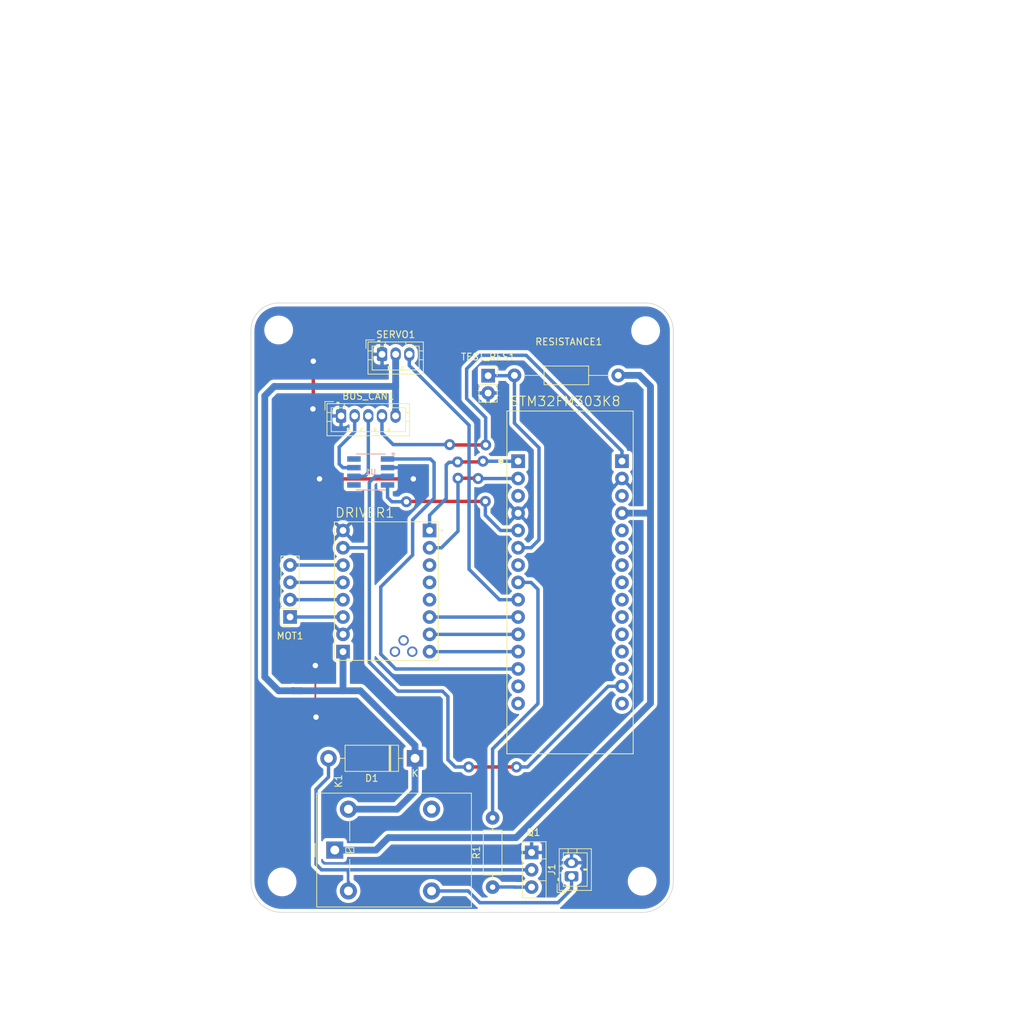
<source format=kicad_pcb>
(kicad_pcb (version 20211014) (generator pcbnew)
  (layers (0 "F.Cu" signal) (31 "B.Cu" signal) (34 "B.Paste" user) (35 "F.Paste" user) (36 "B.SilkS" user "B.Silkscreen") (37 "F.SilkS" user "F.Silkscreen") (38 "B.Mask" user) (39 "F.Mask" user) (44 "Edge.Cuts" user))
  (net 0 "")
  (net 1 "MES_RES")
  (net 2 "MOT1")
  (net 5 "GND")
  (net 6 "+5V")
  (net 7 "CAN_TX")
  (net 8 "CAN_RX")
  (net 9 "+3V3")
  (net 11 "CAN_L")
  (net 12 "CAN_H")
  (net 14 "V+BATT")
  (net 17 "Net-(D1-Pad2)")
  (net 18 "12V")
  (net 19 "Stp1")
  (net 20 "Dir1")
  (net 26 "2B")
  (net 27 "2A")
  (net 28 "1A")
  (net 29 "1B")
  (net 30 "M2")
  (net 31 "M1")
  (net 32 "EN")
  (net 44 "Net-(J1-Pad1)")
  (net 46 "Net-(Q1-Pad3)")
  (net 47 "AIMANT")
  (footprint "Connector_PinSocket_2.54mm:PinSocket_1x02_P2.54mm_Vertical" (layer "F.Cu") (at 175.006 69.596)
    (fp_text reference "TEST_RES1" (at 0 -2.77) (layer "F.SilkS"))
    (fp_text value "Conn_01x02")
    (fp_line (start 1.33 1.27) (end 1.33 3.87) (layer "F.SilkS") (width 0.12))
    (fp_line (start -1.33 1.27) (end -1.33 3.87) (layer "F.SilkS") (width 0.12))
    (fp_line (start 0 -1.33) (end 1.33 -1.33) (layer "F.SilkS") (width 0.12))
    (fp_line (start 1.33 -1.33) (end 1.33 0) (layer "F.SilkS") (width 0.12))
    (fp_line (start -1.33 3.87) (end 1.33 3.87) (layer "F.SilkS") (width 0.12))
    (fp_line (start -1.33 1.27) (end 1.33 1.27) (layer "F.SilkS") (width 0.12))
    (pad "1" thru_hole rect locked (at 0 0) (size 2 2) (drill 1) (layers *.Cu *.Mask) (net 1 "MES_RES"))
    (pad "2" thru_hole oval locked (at 0 2.54) (size 2 2) (drill 1) (layers *.Cu *.Mask) (net 5 "GND"))
  )
  (footprint "Connector_JST:JST_PH_B2B-PH-K_1x02_P2.00mm_Vertical" (layer "F.Cu") (at 187.2488 143.0528 90)
    (fp_text reference "J1" (at 1 -2.9 90) (layer "F.SilkS"))
    (fp_text value "Conn_01x02")
    (fp_line (start 4.06 -0.5) (end 3.45 -0.5) (layer "F.SilkS") (width 0.12))
    (fp_line (start 3.45 -1.2) (end 1.5 -1.2) (layer "F.SilkS") (width 0.12))
    (fp_line (start -2.06 2.91) (end 4.06 2.91) (layer "F.SilkS") (width 0.12))
    (fp_line (start -0.3 -1.91) (end -0.6 -1.91) (layer "F.SilkS") (width 0.12))
    (fp_line (start -2.36 -2.11) (end -2.36 -0.86) (layer "F.SilkS") (width 0.12))
    (fp_line (start -1.11 -2.11) (end -2.36 -2.11) (layer "F.SilkS") (width 0.12))
    (fp_line (start -2.06 -1.81) (end -2.06 2.91) (layer "F.SilkS") (width 0.12))
    (fp_line (start 1.5 -1.2) (end 1.5 -1.81) (layer "F.SilkS") (width 0.12))
    (fp_line (start -2.06 0.8) (end -1.45 0.8) (layer "F.SilkS") (width 0.12))
    (fp_line (start 1.1 1.8) (end 1.1 2.3) (layer "F.SilkS") (width 0.12))
    (fp_line (start 3.45 2.3) (end 3.45 -1.2) (layer "F.SilkS") (width 0.12))
    (fp_line (start -0.6 -2.01) (end -0.6 -1.81) (layer "F.SilkS") (width 0.12))
    (fp_line (start -1.45 -1.2) (end -1.45 2.3) (layer "F.SilkS") (width 0.12))
    (fp_line (start 1 2.3) (end 1 1.8) (layer "F.SilkS") (width 0.12))
    (fp_line (start -0.3 -2.01) (end -0.6 -2.01) (layer "F.SilkS") (width 0.12))
    (fp_line (start -1.45 2.3) (end 3.45 2.3) (layer "F.SilkS") (width 0.12))
    (fp_line (start 0.9 1.8) (end 1.1 1.8) (layer "F.SilkS") (width 0.12))
    (fp_line (start 0.5 -1.2) (end -1.45 -1.2) (layer "F.SilkS") (width 0.12))
    (fp_line (start 4.06 -1.81) (end -2.06 -1.81) (layer "F.SilkS") (width 0.12))
    (fp_line (start 0.5 -1.81) (end 0.5 -1.2) (layer "F.SilkS") (width 0.12))
    (fp_line (start 4.06 0.8) (end 3.45 0.8) (layer "F.SilkS") (width 0.12))
    (fp_line (start 0.9 2.3) (end 0.9 1.8) (layer "F.SilkS") (width 0.12))
    (fp_line (start -2.06 -0.5) (end -1.45 -0.5) (layer "F.SilkS") (width 0.12))
    (fp_line (start -0.3 -1.81) (end -0.3 -2.01) (layer "F.SilkS") (width 0.12))
    (fp_line (start 4.06 2.91) (end 4.06 -1.81) (layer "F.SilkS") (width 0.12))
    (pad "1" thru_hole roundrect locked (at 0 0 90) (size 1.5 2) (drill 1) (layers *.Cu *.Mask) (roundrect_rratio 0.208333) (net 44 "Net-(J1-Pad1)"))
    (pad "2" thru_hole oval locked (at 2 0 90) (size 1.5 2) (drill 1) (layers *.Cu *.Mask) (net 5 "GND"))
  )
  (footprint "Connector_JST:JST_PH_B3B-PH-K_1x03_P2.00mm_Vertical" (layer "F.Cu") (at 159.4424 66.4552)
    (fp_text reference "SERVO1" (at 2 -2.9) (layer "F.SilkS"))
    (fp_text value "Conn_01x03")
    (fp_line (start -0.3 -1.81) (end -0.3 -2.01) (layer "F.SilkS") (width 0.12))
    (fp_line (start 1 2.3) (end 1 1.8) (layer "F.SilkS") (width 0.12))
    (fp_line (start -0.3 -2.01) (end -0.6 -2.01) (layer "F.SilkS") (width 0.12))
    (fp_line (start 6.06 2.91) (end 6.06 -1.81) (layer "F.SilkS") (width 0.12))
    (fp_line (start 0.5 -1.81) (end 0.5 -1.2) (layer "F.SilkS") (width 0.12))
    (fp_line (start -2.06 -1.81) (end -2.06 2.91) (layer "F.SilkS") (width 0.12))
    (fp_line (start 3.5 -1.2) (end 3.5 -1.81) (layer "F.SilkS") (width 0.12))
    (fp_line (start -1.45 -1.2) (end -1.45 2.3) (layer "F.SilkS") (width 0.12))
    (fp_line (start -1.11 -2.11) (end -2.36 -2.11) (layer "F.SilkS") (width 0.12))
    (fp_line (start 0.9 1.8) (end 1.1 1.8) (layer "F.SilkS") (width 0.12))
    (fp_line (start 1.1 1.8) (end 1.1 2.3) (layer "F.SilkS") (width 0.12))
    (fp_line (start 5.45 2.3) (end 5.45 -1.2) (layer "F.SilkS") (width 0.12))
    (fp_line (start -1.45 2.3) (end 5.45 2.3) (layer "F.SilkS") (width 0.12))
    (fp_line (start 0.5 -1.2) (end -1.45 -1.2) (layer "F.SilkS") (width 0.12))
    (fp_line (start -2.06 2.91) (end 6.06 2.91) (layer "F.SilkS") (width 0.12))
    (fp_line (start 3.1 1.8) (end 3.1 2.3) (layer "F.SilkS") (width 0.12))
    (fp_line (start 0.9 2.3) (end 0.9 1.8) (layer "F.SilkS") (width 0.12))
    (fp_line (start 2.9 1.8) (end 3.1 1.8) (layer "F.SilkS") (width 0.12))
    (fp_line (start 6.06 0.8) (end 5.45 0.8) (layer "F.SilkS") (width 0.12))
    (fp_line (start -0.3 -1.91) (end -0.6 -1.91) (layer "F.SilkS") (width 0.12))
    (fp_line (start 6.06 -0.5) (end 5.45 -0.5) (layer "F.SilkS") (width 0.12))
    (fp_line (start -2.06 0.8) (end -1.45 0.8) (layer "F.SilkS") (width 0.12))
    (fp_line (start -2.06 -0.5) (end -1.45 -0.5) (layer "F.SilkS") (width 0.12))
    (fp_line (start 5.45 -1.2) (end 3.5 -1.2) (layer "F.SilkS") (width 0.12))
    (fp_line (start 6.06 -1.81) (end -2.06 -1.81) (layer "F.SilkS") (width 0.12))
    (fp_line (start -0.6 -2.01) (end -0.6 -1.81) (layer "F.SilkS") (width 0.12))
    (fp_line (start 3 2.3) (end 3 1.8) (layer "F.SilkS") (width 0.12))
    (fp_line (start -2.36 -2.11) (end -2.36 -0.86) (layer "F.SilkS") (width 0.12))
    (fp_line (start 2.9 2.3) (end 2.9 1.8) (layer "F.SilkS") (width 0.12))
    (pad "1" thru_hole roundrect locked (at 0 0) (size 1.5 2) (drill 1) (layers *.Cu *.Mask) (roundrect_rratio 0.208333) (net 5 "GND"))
    (pad "2" thru_hole oval locked (at 2 0) (size 1.5 2) (drill 1) (layers *.Cu *.Mask) (net 18 "12V"))
    (pad "3" thru_hole oval locked (at 4 0) (size 1.5 2) (drill 1) (layers *.Cu *.Mask) (net 2 "MOT1"))
  )
  (footprint "empreinte:MODULE_TMC2208_SILENTSTEPSTICK" (layer "F.Cu") (at 160.0673 101.1936)
    (fp_text reference "DRIVER1" (at -3.155 -11.489) (layer "F.SilkS") (effects (font (size 1.4 1.4))))
    (fp_text value "TMC2208_SILENTSTEPSTICK")
    (fp_line (start 7.62 -10.16) (end -7.62 -10.16) (layer "F.SilkS") (width 0.127))
    (fp_line (start -7.62 -10.16) (end -7.62 10.16) (layer "F.SilkS") (width 0.127))
    (fp_line (start -7.62 10.16) (end 7.62 10.16) (layer "F.SilkS") (width 0.127))
    (fp_line (start 7.62 10.16) (end 7.62 -10.16) (layer "F.SilkS") (width 0.127))
    (fp_circle (center 8.21 -8.89) (end 8.31 -8.89) (layer "F.SilkS") (width 0.2) (fill none))
    (pad "JP1_1" thru_hole rect locked (at 6.35 -8.89) (size 2 2) (drill 1) (layers *.Cu *.Mask) (net 20 "Dir1"))
    (pad "JP1_2" thru_hole circle locked (at 6.35 -6.35) (size 2 2) (drill 1) (layers *.Cu *.Mask) (net 19 "Stp1"))
    (pad "JP1_3" thru_hole circle locked (at 6.35 -3.81) (size 2 2) (drill 1) (layers *.Cu *.Mask))
    (pad "JP1_4" thru_hole circle locked (at 6.35 -1.27) (size 2 2) (drill 1) (layers *.Cu *.Mask))
    (pad "JP1_5" thru_hole circle locked (at 6.35 1.27) (size 2 2) (drill 1) (layers *.Cu *.Mask))
    (pad "JP1_6" thru_hole circle locked (at 6.35 3.81) (size 2 2) (drill 1) (layers *.Cu *.Mask) (net 30 "M2"))
    (pad "JP1_7" thru_hole circle locked (at 6.35 6.35) (size 2 2) (drill 1) (layers *.Cu *.Mask) (net 31 "M1"))
    (pad "JP1_8" thru_hole circle locked (at 6.35 8.89) (size 2 2) (drill 1) (layers *.Cu *.Mask) (net 32 "EN"))
    (pad "JP2_1" thru_hole rect locked (at -6.35 8.89) (size 2 2) (drill 1) (layers *.Cu *.Mask) (net 18 "12V"))
    (pad "JP2_2" thru_hole circle locked (at -6.35 6.35) (size 2 2) (drill 1) (layers *.Cu *.Mask) (net 5 "GND"))
    (pad "JP2_3" thru_hole circle locked (at -6.35 3.81) (size 2 2) (drill 1) (layers *.Cu *.Mask) (net 27 "2A"))
    (pad "JP2_4" thru_hole circle locked (at -6.35 1.27) (size 2 2) (drill 1) (layers *.Cu *.Mask) (net 28 "1A"))
    (pad "JP2_5" thru_hole circle locked (at -6.35 -1.27) (size 2 2) (drill 1) (layers *.Cu *.Mask) (net 29 "1B"))
    (pad "JP2_6" thru_hole circle locked (at -6.35 -3.81) (size 2 2) (drill 1) (layers *.Cu *.Mask) (net 26 "2B"))
    (pad "JP2_7" thru_hole circle locked (at -6.35 -6.35) (size 2 2) (drill 1) (layers *.Cu *.Mask) (net 9 "+3V3"))
    (pad "JP2_8" thru_hole circle locked (at -6.35 -8.89) (size 2 2) (drill 1) (layers *.Cu *.Mask) (net 5 "GND"))
    (pad "JP3_1" thru_hole circle locked (at 1.27 8.89) (size 1.524 1.524) (drill 1.016) (layers *.Cu *.Mask))
    (pad "JP3_2" thru_hole circle locked (at 3.81 8.89) (size 1.524 1.524) (drill 1.016) (layers *.Cu *.Mask))
    (pad "VREF" thru_hole circle locked (at 2.54 7.239) (size 1.524 1.524) (drill 1.016) (layers *.Cu *.Mask))
  )
  (footprint "Diode_THT:D_DO-15_P12.70mm_Horizontal" (layer "F.Cu") (at 164.2872 125.73 180)
    (fp_text reference "D1" (at 6.35 -2.92) (layer "F.SilkS"))
    (fp_text value "D")
    (fp_text user "K" (at 0 -2.2) (layer "F.SilkS"))
    (fp_line (start 10.27 1.92) (end 10.27 -1.92) (layer "F.SilkS") (width 0.12))
    (fp_line (start 2.43 1.92) (end 10.27 1.92) (layer "F.SilkS") (width 0.12))
    (fp_line (start 1.44 0) (end 2.43 0) (layer "F.SilkS") (width 0.12))
    (fp_line (start 3.81 -1.92) (end 3.81 1.92) (layer "F.SilkS") (width 0.12))
    (fp_line (start 10.27 -1.92) (end 2.43 -1.92) (layer "F.SilkS") (width 0.12))
    (fp_line (start 11.26 0) (end 10.27 0) (layer "F.SilkS") (width 0.12))
    (fp_line (start 3.57 -1.92) (end 3.57 1.92) (layer "F.SilkS") (width 0.12))
    (fp_line (start 3.69 -1.92) (end 3.69 1.92) (layer "F.SilkS") (width 0.12))
    (fp_line (start 2.43 -1.92) (end 2.43 1.92) (layer "F.SilkS") (width 0.12))
    (pad "1" thru_hole rect locked (at 0 0 180) (size 2.4 2.4) (drill 1.3) (layers *.Cu *.Mask) (net 18 "12V"))
    (pad "2" thru_hole oval locked (at 12.7 0 180) (size 2.4 2.4) (drill 1.3) (layers *.Cu *.Mask) (net 17 "Net-(D1-Pad2)"))
  )
  (footprint "Connector_PinSocket_2.54mm:PinSocket_1x04_P2.54mm_Vertical" (layer "F.Cu") (at 145.9484 104.9936 180)
    (fp_text reference "MOT1" (at 0 -2.77) (layer "F.SilkS"))
    (fp_text value "Conn_01x04")
    (fp_line (start 0 -1.33) (end 1.33 -1.33) (layer "F.SilkS") (width 0.12))
    (fp_line (start -1.33 8.95) (end 1.33 8.95) (layer "F.SilkS") (width 0.12))
    (fp_line (start 1.33 -1.33) (end 1.33 0) (layer "F.SilkS") (width 0.12))
    (fp_line (start -1.33 1.27) (end -1.33 8.95) (layer "F.SilkS") (width 0.12))
    (fp_line (start 1.33 1.27) (end 1.33 8.95) (layer "F.SilkS") (width 0.12))
    (fp_line (start -1.33 1.27) (end 1.33 1.27) (layer "F.SilkS") (width 0.12))
    (pad "1" thru_hole rect locked (at 0 0 180) (size 2 2) (drill 1) (layers *.Cu *.Mask) (net 27 "2A"))
    (pad "2" thru_hole oval locked (at 0 2.54 180) (size 2 2) (drill 1) (layers *.Cu *.Mask) (net 28 "1A"))
    (pad "3" thru_hole oval locked (at 0 5.08 180) (size 2 2) (drill 1) (layers *.Cu *.Mask) (net 29 "1B"))
    (pad "4" thru_hole oval locked (at 0 7.62 180) (size 2 2) (drill 1) (layers *.Cu *.Mask) (net 26 "2B"))
  )
  (footprint "MountingHole:MountingHole_3.2mm_M3" (layer "F.Cu") (at 144.272 62.8904)
    (fp_text reference "REF**" hide)
    (fp_text value "MountingHole_3.2mm_M3")
    (pad "" np_thru_hole circle locked (at 0 0) (size 3.2 3.2) (drill 3.2) (layers *.Cu *.Mask))
  )
  (footprint "MountingHole:MountingHole_3.2mm_M3" (layer "F.Cu") (at 144.78 143.8656)
    (fp_text reference "REF**" hide)
    (fp_text value "MountingHole_3.2mm_M3")
    (pad "" np_thru_hole circle locked (at 0 0) (size 3.2 3.2) (drill 3.2) (layers *.Cu *.Mask))
  )
  (footprint "Package_TO_SOT_THT:TO-126-3_Vertical" (layer "F.Cu") (at 181.3874 139.5476 -90)
    (fp_text reference "Q1" (at -2.9464 -0.2734) (layer "F.SilkS"))
    (fp_text value "BD135")
    (fp_line (start 6.66 -2.12) (end 6.66 1.37) (layer "F.SilkS") (width 0.12))
    (fp_line (start -1.58 1.37) (end 6.66 1.37) (layer "F.SilkS") (width 0.12))
    (fp_line (start 0.94 1.05) (end 0.94 1.37) (layer "F.SilkS") (width 0.12))
    (fp_line (start 4.141 -2.12) (end 4.141 -0.54) (layer "F.SilkS") (width 0.12))
    (fp_line (start -1.58 -2.12) (end 6.66 -2.12) (layer "F.SilkS") (width 0.12))
    (fp_line (start 4.141 0.54) (end 4.141 1.37) (layer "F.SilkS") (width 0.12))
    (fp_line (start 0.94 -2.12) (end 0.94 -1.05) (layer "F.SilkS") (width 0.12))
    (fp_line (start -1.58 -2.12) (end -1.58 1.37) (layer "F.SilkS") (width 0.12))
    (pad "1" thru_hole rect locked (at 0 0 270) (size 2 2) (drill 1) (layers *.Cu *.Mask) (net 5 "GND"))
    (pad "2" thru_hole oval locked (at 2.54 0 270) (size 2 2) (drill 1) (layers *.Cu *.Mask) (net 17 "Net-(D1-Pad2)"))
    (pad "3" thru_hole oval locked (at 5.08 0 270) (size 2 2) (drill 1) (layers *.Cu *.Mask) (net 46 "Net-(Q1-Pad3)"))
  )
  (footprint "MountingHole:MountingHole_3.2mm_M3" (layer "F.Cu") (at 197.612 143.764)
    (fp_text reference "REF**" hide)
    (fp_text value "MountingHole_3.2mm_M3")
    (pad "" np_thru_hole circle locked (at 0 0) (size 3.2 3.2) (drill 3.2) (layers *.Cu *.Mask))
  )
  (footprint "empreinte:MODULE_NUCLEO-F303K8" (layer "F.Cu") (at 187.0306 99.92)
    (fp_text reference "STM32FM303K8" (at -0.6962 -26.5648) (layer "F.SilkS") (effects (font (size 1.402378 1.402378))))
    (fp_text value "NUCLEO-F303K8")
    (fp_line (start -9.27 -25.145) (end 9.27 -25.145) (layer "F.SilkS") (width 0.127))
    (fp_line (start -9.27 25.145) (end -9.27 -25.145) (layer "F.SilkS") (width 0.127))
    (fp_line (start 9.27 -25.145) (end 9.27 25.145) (layer "F.SilkS") (width 0.127))
    (fp_line (start 9.27 25.145) (end -9.27 25.145) (layer "F.SilkS") (width 0.127))
    (fp_circle (center -10.16 -17.78) (end -9.96 -17.78) (layer "F.SilkS") (width 0.4) (fill none))
    (pad "3.1" thru_hole rect (at -7.62 -17.78) (size 2 2) (drill 1) (layers *.Cu *.Mask) (net 20 "Dir1"))
    (pad "3.2" thru_hole circle (at -7.62 -15.24) (size 2 2) (drill 1) (layers *.Cu *.Mask) (net 19 "Stp1"))
    (pad "3.3" thru_hole circle (at -7.62 -12.7) (size 2 2) (drill 1) (layers *.Cu *.Mask))
    (pad "3.4" thru_hole circle (at -7.62 -10.16) (size 2 2) (drill 1) (layers *.Cu *.Mask) (net 5 "GND"))
    (pad "3.5" thru_hole circle (at -7.62 -7.62) (size 2 2) (drill 1) (layers *.Cu *.Mask) (net 7 "CAN_TX"))
    (pad "3.6" thru_hole circle (at -7.62 -5.08) (size 2 2) (drill 1) (layers *.Cu *.Mask) (net 1 "MES_RES"))
    (pad "3.7" thru_hole circle (at -7.62 -2.54) (size 2 2) (drill 1) (layers *.Cu *.Mask))
    (pad "3.8" thru_hole circle (at -7.62 0) (size 2 2) (drill 1) (layers *.Cu *.Mask) (net 47 "AIMANT"))
    (pad "3.9" thru_hole circle (at -7.62 2.54) (size 2 2) (drill 1) (layers *.Cu *.Mask) (net 2 "MOT1"))
    (pad "3.10" thru_hole circle (at -7.62 5.08) (size 2 2) (drill 1) (layers *.Cu *.Mask) (net 30 "M2"))
    (pad "3.11" thru_hole circle (at -7.62 7.62) (size 2 2) (drill 1) (layers *.Cu *.Mask) (net 31 "M1"))
    (pad "3.12" thru_hole circle (at -7.62 10.16) (size 2 2) (drill 1) (layers *.Cu *.Mask) (net 32 "EN"))
    (pad "3.13" thru_hole circle (at -7.62 12.7) (size 2 2) (drill 1) (layers *.Cu *.Mask) (net 8 "CAN_RX"))
    (pad "3.14" thru_hole circle (at -7.62 15.24) (size 2 2) (drill 1) (layers *.Cu *.Mask))
    (pad "3.15" thru_hole circle (at -7.62 17.78) (size 2 2) (drill 1) (layers *.Cu *.Mask))
    (pad "4.1" thru_hole rect (at 7.62 -17.78) (size 2 2) (drill 1) (layers *.Cu *.Mask) (net 14 "V+BATT"))
    (pad "4.2" thru_hole circle (at 7.62 -15.24) (size 2 2) (drill 1) (layers *.Cu *.Mask) (net 5 "GND"))
    (pad "4.3" thru_hole circle (at 7.62 -12.7) (size 2 2) (drill 1) (layers *.Cu *.Mask))
    (pad "4.4" thru_hole circle (at 7.62 -10.16) (size 2 2) (drill 1) (layers *.Cu *.Mask) (net 6 "+5V"))
    (pad "4.5" thru_hole circle (at 7.62 -7.62) (size 2 2) (drill 1) (layers *.Cu *.Mask))
    (pad "4.6" thru_hole circle (at 7.62 -5.08) (size 2 2) (drill 1) (layers *.Cu *.Mask))
    (pad "4.7" thru_hole circle (at 7.62 -2.54) (size 2 2) (drill 1) (layers *.Cu *.Mask))
    (pad "4.8" thru_hole circle (at 7.62 0) (size 2 2) (drill 1) (layers *.Cu *.Mask))
    (pad "4.9" thru_hole circle (at 7.62 2.54) (size 2 2) (drill 1) (layers *.Cu *.Mask))
    (pad "4.10" thru_hole circle (at 7.62 5.08) (size 2 2) (drill 1) (layers *.Cu *.Mask))
    (pad "4.11" thru_hole circle (at 7.62 7.62) (size 2 2) (drill 1) (layers *.Cu *.Mask))
    (pad "4.12" thru_hole circle (at 7.62 10.16) (size 2 2) (drill 1) (layers *.Cu *.Mask))
    (pad "4.13" thru_hole circle (at 7.62 12.7) (size 2 2) (drill 1) (layers *.Cu *.Mask))
    (pad "4.14" thru_hole circle (at 7.62 15.24) (size 2 2) (drill 1) (layers *.Cu *.Mask) (net 9 "+3V3"))
    (pad "4.15" thru_hole circle (at 7.62 17.78) (size 2 2) (drill 1) (layers *.Cu *.Mask))
  )
  (footprint "Relay_THT:Relay_SPDT_Omron-G5LE-1" (layer "F.Cu") (at 152.5101 139.192 90)
    (fp_text reference "K1" (at 10.1092 0.5503 90) (layer "F.SilkS"))
    (fp_text value "G5LE-1")
    (fp_line (start 8.35 -2.65) (end -8.35 -2.65) (layer "F.SilkS") (width 0.12))
    (fp_line (start -8.35 20.05) (end 8.35 20.05) (layer "F.SilkS") (width 0.12))
    (fp_line (start -4.5 2.2) (end -1.35 2.2) (layer "F.SilkS") (width 0.12))
    (fp_line (start 8.35 20.05) (end 8.35 -2.65) (layer "F.SilkS") (width 0.12))
    (fp_line (start 0.35 1.6) (end -0.35 1.6) (layer "F.SilkS") (width 0.12))
    (fp_line (start -0.35 1.6) (end -0.35 2.8) (layer "F.SilkS") (width 0.12))
    (fp_line (start -0.35 2.4) (end 0.35 2) (layer "F.SilkS") (width 0.12))
    (fp_line (start -1 -2.91) (end 1 -2.91) (layer "F.SilkS") (width 0.12))
    (fp_line (start 1.35 2.2) (end 4.5 2.2) (layer "F.SilkS") (width 0.12))
    (fp_line (start -8.35 -2.65) (end -8.35 20.05) (layer "F.SilkS") (width 0.12))
    (fp_line (start -0.35 2.8) (end 0.35 2.8) (layer "F.SilkS") (width 0.12))
    (fp_line (start 0.35 2.8) (end 0.35 1.6) (layer "F.SilkS") (width 0.12))
    (pad "1" thru_hole rect locked (at 0 0 90) (size 2.5 2.5) (drill 1.3) (layers *.Cu *.Mask) (net 6 "+5V"))
    (pad "2" thru_hole oval locked (at -6 2 90) (size 2.5 2.5) (drill 1.3) (layers *.Cu *.Mask) (net 17 "Net-(D1-Pad2)"))
    (pad "3" thru_hole oval locked (at -6 14.2 90) (size 2.5 2.5) (drill 1.3) (layers *.Cu *.Mask) (net 44 "Net-(J1-Pad1)"))
    (pad "4" thru_hole oval locked (at 6 14.2 90) (size 2.5 2.5) (drill 1.3) (layers *.Cu *.Mask))
    (pad "5" thru_hole oval locked (at 6 2 90) (size 2.5 2.5) (drill 1.3) (layers *.Cu *.Mask) (net 18 "12V"))
  )
  (footprint "Connector_JST:JST_PH_B5B-PH-K_1x05_P2.00mm_Vertical" (layer "F.Cu") (at 153.4292 75.4976)
    (fp_text reference "BUS_CAN1" (at 4 -2.9) (layer "F.SilkS"))
    (fp_text value "Conn_01x05")
    (fp_line (start 0.5 -1.81) (end 0.5 -1.2) (layer "F.SilkS") (width 0.12))
    (fp_line (start 10.06 -1.81) (end -2.06 -1.81) (layer "F.SilkS") (width 0.12))
    (fp_line (start 1.1 1.8) (end 1.1 2.3) (layer "F.SilkS") (width 0.12))
    (fp_line (start 2.9 2.3) (end 2.9 1.8) (layer "F.SilkS") (width 0.12))
    (fp_line (start 10.06 2.91) (end 10.06 -1.81) (layer "F.SilkS") (width 0.12))
    (fp_line (start -1.45 2.3) (end 9.45 2.3) (layer "F.SilkS") (width 0.12))
    (fp_line (start -1.11 -2.11) (end -2.36 -2.11) (layer "F.SilkS") (width 0.12))
    (fp_line (start 2.9 1.8) (end 3.1 1.8) (layer "F.SilkS") (width 0.12))
    (fp_line (start 5.1 1.8) (end 5.1 2.3) (layer "F.SilkS") (width 0.12))
    (fp_line (start 6.9 2.3) (end 6.9 1.8) (layer "F.SilkS") (width 0.12))
    (fp_line (start -2.36 -2.11) (end -2.36 -0.86) (layer "F.SilkS") (width 0.12))
    (fp_line (start -0.3 -2.01) (end -0.6 -2.01) (layer "F.SilkS") (width 0.12))
    (fp_line (start 7 2.3) (end 7 1.8) (layer "F.SilkS") (width 0.12))
    (fp_line (start 9.45 2.3) (end 9.45 -1.2) (layer "F.SilkS") (width 0.12))
    (fp_line (start -0.3 -1.91) (end -0.6 -1.91) (layer "F.SilkS") (width 0.12))
    (fp_line (start 4.9 2.3) (end 4.9 1.8) (layer "F.SilkS") (width 0.12))
    (fp_line (start 3.1 1.8) (end 3.1 2.3) (layer "F.SilkS") (width 0.12))
    (fp_line (start 10.06 0.8) (end 9.45 0.8) (layer "F.SilkS") (width 0.12))
    (fp_line (start 3 2.3) (end 3 1.8) (layer "F.SilkS") (width 0.12))
    (fp_line (start 0.9 2.3) (end 0.9 1.8) (layer "F.SilkS") (width 0.12))
    (fp_line (start 6.9 1.8) (end 7.1 1.8) (layer "F.SilkS") (width 0.12))
    (fp_line (start -0.3 -1.81) (end -0.3 -2.01) (layer "F.SilkS") (width 0.12))
    (fp_line (start 5 2.3) (end 5 1.8) (layer "F.SilkS") (width 0.12))
    (fp_line (start 4.9 1.8) (end 5.1 1.8) (layer "F.SilkS") (width 0.12))
    (fp_line (start -2.06 0.8) (end -1.45 0.8) (layer "F.SilkS") (width 0.12))
    (fp_line (start -0.6 -2.01) (end -0.6 -1.81) (layer "F.SilkS") (width 0.12))
    (fp_line (start -1.45 -1.2) (end -1.45 2.3) (layer "F.SilkS") (width 0.12))
    (fp_line (start 0.9 1.8) (end 1.1 1.8) (layer "F.SilkS") (width 0.12))
    (fp_line (start 7.1 1.8) (end 7.1 2.3) (layer "F.SilkS") (width 0.12))
    (fp_line (start -2.06 -1.81) (end -2.06 2.91) (layer "F.SilkS") (width 0.12))
    (fp_line (start 10.06 -0.5) (end 9.45 -0.5) (layer "F.SilkS") (width 0.12))
    (fp_line (start -2.06 -0.5) (end -1.45 -0.5) (layer "F.SilkS") (width 0.12))
    (fp_line (start 0.5 -1.2) (end -1.45 -1.2) (layer "F.SilkS") (width 0.12))
    (fp_line (start -2.06 2.91) (end 10.06 2.91) (layer "F.SilkS") (width 0.12))
    (fp_line (start 1 2.3) (end 1 1.8) (layer "F.SilkS") (width 0.12))
    (fp_line (start 7.5 -1.2) (end 7.5 -1.81) (layer "F.SilkS") (width 0.12))
    (fp_line (start 9.45 -1.2) (end 7.5 -1.2) (layer "F.SilkS") (width 0.12))
    (pad "1" thru_hole roundrect locked (at 0 0) (size 1.5 2) (drill 1) (layers *.Cu *.Mask) (roundrect_rratio 0.208333) (net 5 "GND"))
    (pad "2" thru_hole oval locked (at 2 0) (size 1.5 2) (drill 1) (layers *.Cu *.Mask) (net 12 "CAN_H"))
    (pad "3" thru_hole oval locked (at 4 0) (size 1.5 2) (drill 1) (layers *.Cu *.Mask) (net 11 "CAN_L"))
    (pad "4" thru_hole oval locked (at 6 0) (size 1.5 2) (drill 1) (layers *.Cu *.Mask) (net 14 "V+BATT"))
    (pad "5" thru_hole oval locked (at 8 0) (size 1.5 2) (drill 1) (layers *.Cu *.Mask) (net 18 "12V"))
  )
  (footprint "Resistor_THT:R_Axial_DIN0207_L6.3mm_D2.5mm_P15.24mm_Horizontal" (layer "F.Cu") (at 194.1068 69.5452 180)
    (fp_text reference "RESISTANCE1" (at 7.2644 4.9276) (layer "F.SilkS"))
    (fp_text value "1000 Ohms")
    (fp_line (start 4.35 1.37) (end 10.89 1.37) (layer "F.SilkS") (width 0.12))
    (fp_line (start 14.2 0) (end 10.89 0) (layer "F.SilkS") (width 0.12))
    (fp_line (start 1.04 0) (end 4.35 0) (layer "F.SilkS") (width 0.12))
    (fp_line (start 4.35 -1.37) (end 4.35 1.37) (layer "F.SilkS") (width 0.12))
    (fp_line (start 10.89 -1.37) (end 4.35 -1.37) (layer "F.SilkS") (width 0.12))
    (fp_line (start 10.89 1.37) (end 10.89 -1.37) (layer "F.SilkS") (width 0.12))
    (pad "1" thru_hole circle locked (at 0 0 180) (size 2 2) (drill 1) (layers *.Cu *.Mask) (net 6 "+5V"))
    (pad "2" thru_hole oval locked (at 15.24 0 180) (size 2 2) (drill 1) (layers *.Cu *.Mask) (net 1 "MES_RES"))
  )
  (footprint "MountingHole:MountingHole_3.2mm_M3" (layer "F.Cu") (at 198.12 62.992)
    (fp_text reference "REF**" hide)
    (fp_text value "MountingHole_3.2mm_M3")
    (pad "" np_thru_hole circle locked (at 0 0) (size 3.2 3.2) (drill 3.2) (layers *.Cu *.Mask))
  )
  (footprint "Resistor_THT:R_Axial_DIN0207_L6.3mm_D2.5mm_P10.16mm_Horizontal" (layer "F.Cu") (at 175.6664 144.6276 90)
    (fp_text reference "R1" (at 5.08 -2.37 90) (layer "F.SilkS"))
    (fp_text value "R")
    (fp_line (start 1.81 1.37) (end 8.35 1.37) (layer "F.SilkS") (width 0.12))
    (fp_line (start 8.35 1.37) (end 8.35 -1.37) (layer "F.SilkS") (width 0.12))
    (fp_line (start 1.04 0) (end 1.81 0) (layer "F.SilkS") (width 0.12))
    (fp_line (start 8.35 -1.37) (end 1.81 -1.37) (layer "F.SilkS") (width 0.12))
    (fp_line (start 9.12 0) (end 8.35 0) (layer "F.SilkS") (width 0.12))
    (fp_line (start 1.81 -1.37) (end 1.81 1.37) (layer "F.SilkS") (width 0.12))
    (pad "1" thru_hole circle locked (at 0 0 90) (size 2 2) (drill 0.8) (layers *.Cu *.Mask) (net 46 "Net-(Q1-Pad3)"))
    (pad "2" thru_hole oval locked (at 10.16 0 90) (size 2 2) (drill 0.8) (layers *.Cu *.Mask) (net 47 "AIMANT"))
  )
  (footprint "empreinte:SO-8_S" (layer "B.Cu") (at 157.7848 83.7184 180)
    (fp_text reference "U1" (at 0 0) (layer "B.SilkS") (effects (font (size 0.787402 0.787402)) (justify mirror)))
    (fp_text value "TCAN332")
    (fp_text user "*" (at -3.302 2.3114) (layer "B.SilkS") (effects (justify mirror)))
    (fp_line (start 2.1336 2.6416) (end -2.1336 2.6416) (layer "B.SilkS") (width 0.1524))
    (fp_line (start -2.1336 -2.6416) (end 2.1336 -2.6416) (layer "B.SilkS") (width 0.1524))
    (pad "1" smd rect locked (at -2.4638 1.905 180) (size 1.9812 0.8) (layers "B.Cu" "B.Paste" "B.Mask") (net 8 "CAN_RX"))
    (pad "2" smd rect locked (at -2.4638 0.635 180) (size 1.9812 0.8) (layers "B.Cu" "B.Paste" "B.Mask") (net 5 "GND"))
    (pad "3" smd rect locked (at -2.4638 -0.635 180) (size 1.9812 0.8) (layers "B.Cu" "B.Paste" "B.Mask") (net 9 "+3V3"))
    (pad "4" smd rect locked (at -2.4638 -1.905 180) (size 1.9812 0.8) (layers "B.Cu" "B.Paste" "B.Mask") (net 7 "CAN_TX"))
    (pad "5" smd rect locked (at 2.4638 -1.905 180) (size 1.9812 0.8) (layers "B.Cu" "B.Paste" "B.Mask"))
    (pad "6" smd rect locked (at 2.4638 -0.635 180) (size 1.9812 0.8) (layers "B.Cu" "B.Paste" "B.Mask") (net 11 "CAN_L"))
    (pad "7" smd rect locked (at 2.4638 0.635 180) (size 1.9812 0.8) (layers "B.Cu" "B.Paste" "B.Mask") (net 12 "CAN_H"))
    (pad "8" smd rect locked (at 2.4638 1.905 180) (size 1.9812 0.8) (layers "B.Cu" "B.Paste" "B.Mask"))
  )
  (gr_line (start 197.612 148.336) (end 144.78 148.336) (layer "Edge.Cuts") (width 0.1))
  (gr_arc (start 144.78 148.336) (mid 141.547108 146.996892) (end 140.208 143.764) (layer "Edge.Cuts") (width 0.1))
  (gr_arc (start 140.208 62.992) (mid 141.398318 60.118318) (end 144.272 58.928) (layer "Edge.Cuts") (width 0.1))
  (gr_arc (start 198.12 58.928) (mid 200.993682 60.118318) (end 202.184 62.992) (layer "Edge.Cuts") (width 0.1))
  (gr_arc (start 202.184 143.764) (mid 200.844892 146.996892) (end 197.612 148.336) (layer "Edge.Cuts") (width 0.1))
  (gr_line (start 140.208 143.764) (end 140.208 62.992) (layer "Edge.Cuts") (width 0.1))
  (gr_line (start 144.272 58.928) (end 198.12 58.928) (layer "Edge.Cuts") (width 0.1))
  (gr_line (start 202.184 62.992) (end 202.184 143.764) (layer "Edge.Cuts") (width 0.1))
  (segment (start 178.8668 69.5452) (end 178.8668 76.5556) (width 0.5) (layer "B.Cu") (net 1))
  (segment (start 182.4736 80.1624) (end 182.4736 93.6752) (width 0.5) (layer "B.Cu") (net 1))
  (segment (start 182.4736 93.6752) (end 181.3088 94.84) (width 0.5) (layer "B.Cu") (net 1))
  (segment (start 175.006 69.596) (end 178.816 69.596) (width 0.5) (layer "B.Cu") (net 1))
  (segment (start 178.816 69.596) (end 178.8668 69.5452) (width 0.5) (layer "B.Cu") (net 1))
  (segment (start 178.8668 76.5556) (end 182.4736 80.1624) (width 0.5) (layer "B.Cu") (net 1))
  (segment (start 181.3088 94.84) (end 179.4106 94.84) (width 0.5) (layer "B.Cu") (net 1))
  (segment (start 172.212 76.8604) (end 163.4424 68.0908) (width 0.5) (layer "B.Cu") (net 2))
  (segment (start 176.6788 102.46) (end 172.212 97.9932) (width 0.5) (layer "B.Cu") (net 2))
  (segment (start 179.4106 102.46) (end 176.6788 102.46) (width 0.5) (layer "B.Cu") (net 2))
  (segment (start 172.212 97.9932) (end 172.212 76.8604) (width 0.5) (layer "B.Cu") (net 2))
  (segment (start 163.4424 68.0908) (end 163.4424 66.4552) (width 0.5) (layer "B.Cu") (net 2))
  (segment (start 150.2664 84.7344) (end 164.0332 84.7344) (width 0.5) (layer "F.Cu") (net 5))
  (segment (start 149.6568 112.1156) (end 149.6568 119.5832) (width 0.25) (layer "F.Cu") (net 5))
  (segment (start 149.6568 119.5832) (end 149.7584 119.6848) (width 0.25) (layer "F.Cu") (net 5))
  (segment (start 149.352 74.422) (end 149.3012 74.4728) (width 0.5) (layer "F.Cu") (net 5))
  (segment (start 149.352 67.4624) (end 149.352 74.422) (width 0.5) (layer "F.Cu") (net 5))
  (via (at 149.3012 74.4728) (size 1.6) (drill 0.8) (layers "F.Cu" "B.Cu") (net 5))
  (via (at 149.7584 119.6848) (size 1.6) (drill 0.8) (layers "F.Cu" "B.Cu") (net 5))
  (via (at 149.6568 112.1156) (size 1.6) (drill 0.8) (layers "F.Cu" "B.Cu") (net 5))
  (via (at 164.0332 84.7344) (size 1.6) (drill 0.8) (layers "F.Cu" "B.Cu") (net 5))
  (via (at 150.2664 84.7344) (size 1.6) (drill 0.8) (layers "F.Cu" "B.Cu") (net 5))
  (via (at 149.352 67.4624) (size 1.6) (drill 0.8) (layers "F.Cu" "B.Cu") (net 5))
  (segment (start 158.5468 139.192) (end 152.5101 139.192) (width 1) (layer "B.Cu") (net 6))
  (segment (start 194.6506 89.76) (end 198.6316 89.76) (width 1) (layer "B.Cu") (net 6))
  (segment (start 198.8312 89.5604) (end 198.8312 117.6528) (width 1) (layer "B.Cu") (net 6))
  (segment (start 194.1068 69.5452) (end 197.2056 69.5452) (width 1) (layer "B.Cu") (net 6))
  (segment (start 179.1208 137.3632) (end 160.3756 137.3632) (width 1) (layer "B.Cu") (net 6))
  (segment (start 198.8312 71.1708) (end 198.8312 89.5604) (width 1) (layer "B.Cu") (net 6))
  (segment (start 198.8312 117.6528) (end 179.1208 137.3632) (width 1) (layer "B.Cu") (net 6))
  (segment (start 160.3756 137.3632) (end 158.5468 139.192) (width 1) (layer "B.Cu") (net 6))
  (segment (start 198.6316 89.76) (end 198.8312 89.5604) (width 1) (layer "B.Cu") (net 6))
  (segment (start 197.2056 69.5452) (end 198.8312 71.1708) (width 1) (layer "B.Cu") (net 6))
  (segment (start 163.0172 88.0872) (end 163.068 88.0364) (width 0.5) (layer "F.Cu") (net 7))
  (segment (start 163.068 88.0364) (end 174.5996 88.0364) (width 0.5) (layer "F.Cu") (net 7))
  (via (at 174.5996 88.0364) (size 1.6) (drill 0.8) (layers "F.Cu" "B.Cu") (net 7))
  (via (at 163.0172 88.0872) (size 1.6) (drill 0.8) (layers "F.Cu" "B.Cu") (net 7))
  (segment (start 174.5996 90.0684) (end 174.5996 88.0364) (width 0.5) (layer "B.Cu") (net 7))
  (segment (start 160.2486 87.4522) (end 160.8836 88.0872) (width 0.5) (layer "B.Cu") (net 7))
  (segment (start 176.8312 92.3) (end 174.5996 90.0684) (width 0.5) (layer "B.Cu") (net 7))
  (segment (start 160.2486 85.6234) (end 160.2486 87.4522) (width 0.5) (layer "B.Cu") (net 7))
  (segment (start 160.8836 88.0872) (end 163.0172 88.0872) (width 0.5) (layer "B.Cu") (net 7))
  (segment (start 179.4106 92.3) (end 176.8312 92.3) (width 0.5) (layer "B.Cu") (net 7))
  (segment (start 166.5478 81.8134) (end 160.2486 81.8134) (width 0.5) (layer "B.Cu") (net 8))
  (segment (start 163.9316 95.9104) (end 163.9316 90.7288) (width 0.5) (layer "B.Cu") (net 8))
  (segment (start 159.258 100.584) (end 163.9316 95.9104) (width 0.5) (layer "B.Cu") (net 8))
  (segment (start 179.4106 112.62) (end 161.4388 112.62) (width 0.5) (layer "B.Cu") (net 8))
  (segment (start 167.0812 87.5792) (end 167.0812 82.3468) (width 0.5) (layer "B.Cu") (net 8))
  (segment (start 163.9316 90.7288) (end 167.0812 87.5792) (width 0.5) (layer "B.Cu") (net 8))
  (segment (start 161.4388 112.62) (end 159.258 110.4392) (width 0.5) (layer "B.Cu") (net 8))
  (segment (start 159.258 110.4392) (end 159.258 100.584) (width 0.5) (layer "B.Cu") (net 8))
  (segment (start 167.0812 82.3468) (end 166.5478 81.8134) (width 0.5) (layer "B.Cu") (net 8))
  (segment (start 172.2374 127) (end 179.197 127) (width 0.5) (layer "F.Cu") (net 9))
  (via (at 172.1612 127) (size 1.6) (drill 0.8) (layers "F.Cu" "B.Cu") (net 9))
  (via (at 179.1716 127) (size 1.6) (drill 0.8) (layers "F.Cu" "B.Cu") (net 9))
  (segment (start 157.5816 94.9198) (end 157.5816 111.6584) (width 0.5) (layer "B.Cu") (net 9))
  (segment (start 169.1132 125.9332) (end 170.18 127) (width 0.5) (layer "B.Cu") (net 9))
  (segment (start 153.7173 94.8436) (end 157.5054 94.8436) (width 0.5) (layer "B.Cu") (net 9))
  (segment (start 160.2486 84.3534) (end 158.4706 84.3534) (width 0.5) (layer "B.Cu") (net 9))
  (segment (start 168.3004 115.8748) (end 169.1132 116.6876) (width 0.5) (layer "B.Cu") (net 9))
  (segment (start 161.798 115.8748) (end 168.3004 115.8748) (width 0.5) (layer "B.Cu") (net 9))
  (segment (start 170.18 127) (end 172.1612 127) (width 0.5) (layer "B.Cu") (net 9))
  (segment (start 192.6372 115.16) (end 194.6506 115.16) (width 0.5) (layer "B.Cu") (net 9))
  (segment (start 179.1716 127) (end 180.7972 127) (width 0.5) (layer "B.Cu") (net 9))
  (segment (start 157.5816 85.2424) (end 157.5816 94.9198) (width 0.5) (layer "B.Cu") (net 9))
  (segment (start 157.5054 94.8436) (end 157.5816 94.9198) (width 0.5) (layer "B.Cu") (net 9))
  (segment (start 158.4706 84.3534) (end 157.5816 85.2424) (width 0.5) (layer "B.Cu") (net 9))
  (segment (start 180.7972 127) (end 192.6372 115.16) (width 0.5) (layer "B.Cu") (net 9))
  (segment (start 169.1132 116.6876) (end 169.1132 125.9332) (width 0.5) (layer "B.Cu") (net 9))
  (segment (start 157.5816 111.6584) (end 161.798 115.8748) (width 0.5) (layer "B.Cu") (net 9))
  (segment (start 157.4292 83.82) (end 156.8958 84.3534) (width 0.5) (layer "B.Cu") (net 11))
  (segment (start 157.4292 75.4976) (end 157.4292 83.82) (width 0.5) (layer "B.Cu") (net 11))
  (segment (start 156.8958 84.3534) (end 155.321 84.3534) (width 0.5) (layer "B.Cu") (net 11))
  (segment (start 153.162 80.0608) (end 153.162 82.55) (width 0.5) (layer "B.Cu") (net 12))
  (segment (start 155.4292 77.7936) (end 153.162 80.0608) (width 0.5) (layer "B.Cu") (net 12))
  (segment (start 153.162 82.55) (end 153.6954 83.0834) (width 0.5) (layer "B.Cu") (net 12))
  (segment (start 153.6954 83.0834) (end 155.321 83.0834) (width 0.5) (layer "B.Cu") (net 12))
  (segment (start 155.4292 75.4976) (end 155.4292 77.7936) (width 0.5) (layer "B.Cu") (net 12))
  (segment (start 169.418 79.756) (end 169.3672 79.7052) (width 0.5) (layer "F.Cu") (net 14))
  (segment (start 174.6504 79.756) (end 169.418 79.756) (width 0.5) (layer "F.Cu") (net 14))
  (via (at 174.6504 79.756) (size 1.6) (drill 0.8) (layers "F.Cu" "B.Cu") (net 14))
  (via (at 169.3672 79.7052) (size 1.6) (drill 0.8) (layers "F.Cu" "B.Cu") (net 14))
  (segment (start 159.4292 75.4976) (end 159.4292 78.0476) (width 0.5) (layer "B.Cu") (net 14))
  (segment (start 173.8376 66.5988) (end 180.594 66.5988) (width 0.5) (layer "B.Cu") (net 14))
  (segment (start 171.8564 68.58) (end 173.8376 66.5988) (width 0.5) (layer "B.Cu") (net 14))
  (segment (start 171.8564 72.9488) (end 171.8564 68.58) (width 0.5) (layer "B.Cu") (net 14))
  (segment (start 180.594 66.5988) (end 194.6506 80.6554) (width 0.5) (layer "B.Cu") (net 14))
  (segment (start 161.0868 79.7052) (end 169.3672 79.7052) (width 0.5) (layer "B.Cu") (net 14))
  (segment (start 174.6504 79.756) (end 174.6504 75.7428) (width 0.5) (layer "B.Cu") (net 14))
  (segment (start 194.6506 80.6554) (end 194.6506 82.14) (width 0.5) (layer "B.Cu") (net 14))
  (segment (start 174.6504 75.7428) (end 171.8564 72.9488) (width 0.5) (layer "B.Cu") (net 14))
  (segment (start 159.4292 78.0476) (end 161.0868 79.7052) (width 0.5) (layer "B.Cu") (net 14))
  (segment (start 149.7584 130.302) (end 151.5872 128.4732) (width 0.5) (layer "B.Cu") (net 17))
  (segment (start 151.5872 128.4732) (end 151.5872 125.73) (width 0.5) (layer "B.Cu") (net 17))
  (segment (start 181.3874 142.0876) (end 154.4828 142.0876) (width 0.5) (layer "B.Cu") (net 17))
  (segment (start 149.7584 141.2748) (end 149.7584 130.302) (width 0.5) (layer "B.Cu") (net 17))
  (segment (start 150.5712 142.0876) (end 149.7584 141.2748) (width 0.5) (layer "B.Cu") (net 17))
  (segment (start 154.5101 142.5175) (end 154.4828 142.4902) (width 0.5) (layer "B.Cu") (net 17))
  (segment (start 154.5101 142.5175) (end 154.5101 145.192) (width 0.5) (layer "B.Cu") (net 17))
  (segment (start 154.4828 142.0876) (end 150.5712 142.0876) (width 0.5) (layer "B.Cu") (net 17))
  (segment (start 154.4828 142.4902) (end 154.4828 142.0876) (width 0.5) (layer "B.Cu") (net 17))
  (segment (start 142.24 72.5424) (end 142.24 113.792) (width 1) (layer "B.Cu") (net 18))
  (segment (start 161.4424 66.4552) (end 161.4424 71.1708) (width 1) (layer "B.Cu") (net 18))
  (segment (start 156.2573 115.8205) (end 164.2872 123.8504) (width 1) (layer "B.Cu") (net 18))
  (segment (start 153.7173 115.8205) (end 156.2573 115.8205) (width 1) (layer "B.Cu") (net 18))
  (segment (start 154.5101 133.192) (end 161.6512 133.192) (width 1) (layer "B.Cu") (net 18))
  (segment (start 164.2872 123.8504) (end 164.2872 125.73) (width 1) (layer "B.Cu") (net 18))
  (segment (start 147.5705 115.8205) (end 146.4021 115.8205) (width 1) (layer "B.Cu") (net 18))
  (segment (start 153.7173 110.0836) (end 153.7173 115.8205) (width 1) (layer "B.Cu") (net 18))
  (segment (start 146.4021 115.8205) (end 146.3548 115.7732) (width 1) (layer "B.Cu") (net 18))
  (segment (start 143.6116 71.1708) (end 142.24 72.5424) (width 1) (layer "B.Cu") (net 18))
  (segment (start 142.24 113.792) (end 144.2685 115.8205) (width 1) (layer "B.Cu") (net 18))
  (segment (start 154.4537 133.2484) (end 154.5101 133.192) (width 0.5) (layer "B.Cu") (net 18))
  (segment (start 161.4292 71.184) (end 161.4292 75.4976) (width 1) (layer "B.Cu") (net 18))
  (segment (start 144.2685 115.8205) (end 147.5705 115.8205) (width 1) (layer "B.Cu") (net 18))
  (segment (start 161.4424 71.1708) (end 161.4292 71.184) (width 1) (layer "B.Cu") (net 18))
  (segment (start 161.4424 71.1708) (end 143.6116 71.1708) (width 1) (layer "B.Cu") (net 18))
  (segment (start 153.7173 115.8205) (end 147.5705 115.8205) (width 1) (layer "B.Cu") (net 18))
  (segment (start 161.6512 133.192) (end 164.2872 130.556) (width 1) (layer "B.Cu") (net 18))
  (segment (start 164.2872 130.556) (end 164.2872 125.73) (width 1) (layer "B.Cu") (net 18))
  (segment (start 170.5864 84.6328) (end 173.4892 84.6328) (width 0.5) (layer "F.Cu") (net 19))
  (segment (start 173.4892 84.6328) (end 173.5364 84.68) (width 0.5) (layer "F.Cu") (net 19))
  (via (at 173.5364 84.68) (size 1.6) (drill 0.8) (layers "F.Cu" "B.Cu") (net 19))
  (via (at 170.5864 84.6328) (size 1.6) (drill 0.8) (layers "F.Cu" "B.Cu") (net 19))
  (segment (start 168.148 94.8436) (end 170.5864 92.4052) (width 0.5) (layer "B.Cu") (net 19))
  (segment (start 166.4173 94.8436) (end 168.148 94.8436) (width 0.5) (layer "B.Cu") (net 19))
  (segment (start 179.4106 84.68) (end 173.5364 84.68) (width 0.5) (layer "B.Cu") (net 19))
  (segment (start 170.5864 92.4052) (end 170.5864 84.6328) (width 0.5) (layer "B.Cu") (net 19))
  (segment (start 174.1424 82.2452) (end 174.2476 82.14) (width 0.5) (layer "F.Cu") (net 20))
  (segment (start 170.5356 82.2452) (end 174.1424 82.2452) (width 0.5) (layer "F.Cu") (net 20))
  (via (at 170.5356 82.2452) (size 1.6) (drill 0.8) (layers "F.Cu" "B.Cu") (net 20))
  (via (at 174.2476 82.14) (size 1.6) (drill 0.8) (layers "F.Cu" "B.Cu") (net 20))
  (segment (start 166.4173 92.3036) (end 166.4173 90.0719) (width 0.5) (layer "B.Cu") (net 20))
  (segment (start 168.8592 82.7024) (end 169.2656 82.296) (width 0.5) (layer "B.Cu") (net 20))
  (segment (start 170.4848 82.296) (end 170.5356 82.2452) (width 0.5) (layer "B.Cu") (net 20))
  (segment (start 179.4106 82.14) (end 174.2476 82.14) (width 0.5) (layer "B.Cu") (net 20))
  (segment (start 169.2656 82.296) (end 170.4848 82.296) (width 0.5) (layer "B.Cu") (net 20))
  (segment (start 168.8592 87.63) (end 168.8592 82.7024) (width 0.5) (layer "B.Cu") (net 20))
  (segment (start 166.4173 90.0719) (end 168.8592 87.63) (width 0.5) (layer "B.Cu") (net 20))
  (segment (start 145.9484 97.3736) (end 153.7073 97.3736) (width 0.5) (layer "B.Cu") (net 26))
  (segment (start 153.7073 97.3736) (end 153.7173 97.3836) (width 0.5) (layer "B.Cu") (net 26))
  (segment (start 145.9484 104.9936) (end 153.7073 104.9936) (width 0.5) (layer "B.Cu") (net 27))
  (segment (start 153.7073 104.9936) (end 153.7173 105.0036) (width 0.5) (layer "B.Cu") (net 27))
  (segment (start 153.7073 102.4536) (end 153.7173 102.4636) (width 0.5) (layer "B.Cu") (net 28))
  (segment (start 145.9484 102.4536) (end 149.85 102.4536) (width 0.5) (layer "B.Cu") (net 28))
  (segment (start 149.85 102.4536) (end 153.7073 102.4536) (width 0.5) (layer "B.Cu") (net 28))
  (segment (start 153.7073 99.9136) (end 153.7173 99.9236) (width 0.5) (layer "B.Cu") (net 29))
  (segment (start 145.9484 99.9136) (end 153.7073 99.9136) (width 0.5) (layer "B.Cu") (net 29))
  (segment (start 166.4173 105.0036) (end 179.407 105.0036) (width 0.5) (layer "B.Cu") (net 30))
  (segment (start 179.407 105.0036) (end 179.4106 105) (width 0.5) (layer "B.Cu") (net 30))
  (segment (start 166.4173 107.5436) (end 179.407 107.5436) (width 0.5) (layer "B.Cu") (net 31))
  (segment (start 179.407 107.5436) (end 179.4106 107.54) (width 0.5) (layer "B.Cu") (net 31))
  (segment (start 166.4173 110.0836) (end 179.407 110.0836) (width 0.5) (layer "B.Cu") (net 32))
  (segment (start 179.407 110.0836) (end 179.4106 110.08) (width 0.5) (layer "B.Cu") (net 32))
  (segment (start 187.2488 144.9324) (end 187.2488 143.0528) (width 0.5) (layer "B.Cu") (net 44))
  (segment (start 173.7868 146.9136) (end 185.2676 146.9136) (width 0.5) (layer "B.Cu") (net 44))
  (segment (start 166.7101 145.192) (end 172.0652 145.192) (width 0.5) (layer "B.Cu") (net 44))
  (segment (start 172.0652 145.192) (end 173.7868 146.9136) (width 0.5) (layer "B.Cu") (net 44))
  (segment (start 185.2676 146.9136) (end 187.2488 144.9324) (width 0.5) (layer "B.Cu") (net 44))
  (segment (start 178.8982 144.6082) (end 175.6858 144.6082) (width 0.5) (layer "B.Cu") (net 46))
  (segment (start 181.3874 144.6276) (end 178.9176 144.6276) (width 0.5) (layer "B.Cu") (net 46))
  (segment (start 175.6858 144.6082) (end 175.6664 144.6276) (width 0.5) (layer "B.Cu") (net 46))
  (segment (start 182.3212 117.7036) (end 175.6664 124.3584) (width 0.5) (layer "B.Cu") (net 47))
  (segment (start 179.4106 99.92) (end 181.3016 99.92) (width 0.5) (layer "B.Cu") (net 47))
  (segment (start 182.3212 100.9396) (end 182.3212 117.7036) (width 0.5) (layer "B.Cu") (net 47))
  (segment (start 181.3016 99.92) (end 182.3212 100.9396) (width 0.5) (layer "B.Cu") (net 47))
  (segment (start 175.6664 124.3584) (end 175.6664 134.4676) (width 0.5) (layer "B.Cu") (net 47))
  (zone (net 5) (net_name "GND") (layer "B.Cu") (connect_pads (clearance 0.508)) (min_thickness 0.254) (fill yes (thermal_gap 0.508) (thermal_bridge_width 0.508))
    (polygon (pts (xy 252.045952 151.531722) (xy 138.057654 164.725406) (xy 103.384902 79.030484) (xy 120.5484 52.2224) (xy 121.3104 51.7652) (xy 135.2804 45.0088) (xy 248.5644 44.3992)))
  )
  (zone (net 0) (net_name "") (layer "B.Cu") (connect_pads (clearance 0)) (min_thickness 0.254)
    (keepout (tracks not_allowed) (vias not_allowed) (pads not_allowed) (copperpour not_allowed) (footprints not_allowed))
    (fill (thermal_gap 0.508) (thermal_bridge_width 0.508))
    (polygon (pts (xy 168.402 87.63) (xy 167.766842 87.625471) (xy 167.512842 80.513471) (xy 168.402 80.518)))
  )
  (zone (net 0) (net_name "") (layer "B.Cu") (connect_pads (clearance 0)) (min_thickness 0.254)
    (keepout (tracks not_allowed) (vias not_allowed) (pads not_allowed) (copperpour not_allowed) (footprints not_allowed))
    (fill (thermal_gap 0.508) (thermal_bridge_width 0.508))
    (polygon (pts (xy 158.75 76.6572) (xy 158.9278 78.4098) (xy 160.9852 80.2894) (xy 167.767 80.391) (xy 167.767 81.9658) (xy 166.497 81.3308) (xy 159.3088 81.0514) (xy 158.9532 81.2038) (xy 158.9024 82.3468) (xy 158.9278 83.3374) (xy 158.0896 83.8454) (xy 158.0896 76.6318) (xy 158.1658 76.6318)))
  )
)
</source>
